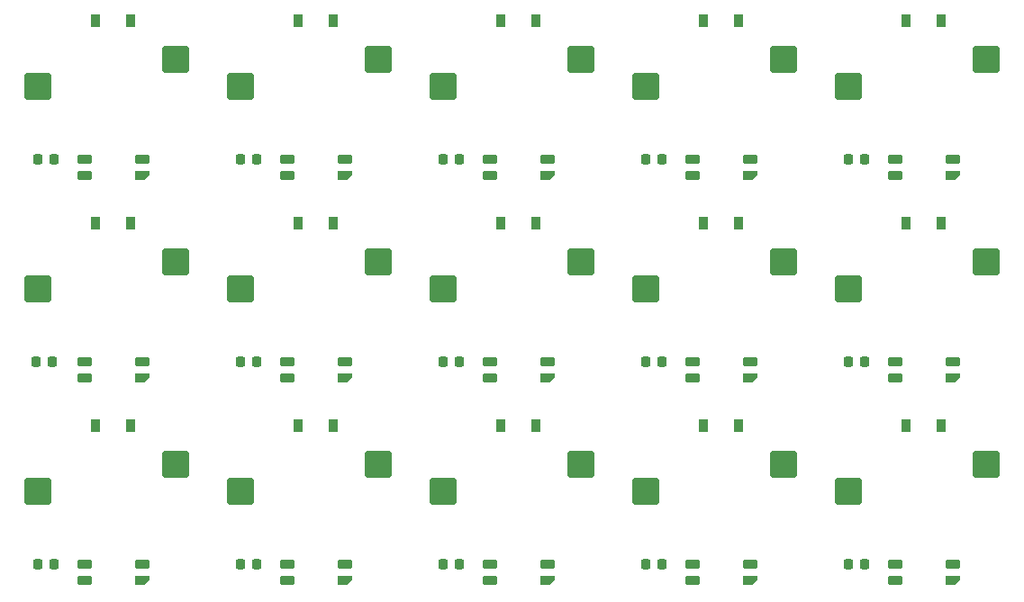
<source format=gbr>
%TF.GenerationSoftware,KiCad,Pcbnew,(6.0.6)*%
%TF.CreationDate,2022-08-15T00:28:01+08:00*%
%TF.ProjectId,15k-macropad,31356b2d-6d61-4637-926f-7061642e6b69,rev?*%
%TF.SameCoordinates,Original*%
%TF.FileFunction,Paste,Bot*%
%TF.FilePolarity,Positive*%
%FSLAX46Y46*%
G04 Gerber Fmt 4.6, Leading zero omitted, Abs format (unit mm)*
G04 Created by KiCad (PCBNEW (6.0.6)) date 2022-08-15 00:28:01*
%MOMM*%
%LPD*%
G01*
G04 APERTURE LIST*
G04 Aperture macros list*
%AMRoundRect*
0 Rectangle with rounded corners*
0 $1 Rounding radius*
0 $2 $3 $4 $5 $6 $7 $8 $9 X,Y pos of 4 corners*
0 Add a 4 corners polygon primitive as box body*
4,1,4,$2,$3,$4,$5,$6,$7,$8,$9,$2,$3,0*
0 Add four circle primitives for the rounded corners*
1,1,$1+$1,$2,$3*
1,1,$1+$1,$4,$5*
1,1,$1+$1,$6,$7*
1,1,$1+$1,$8,$9*
0 Add four rect primitives between the rounded corners*
20,1,$1+$1,$2,$3,$4,$5,0*
20,1,$1+$1,$4,$5,$6,$7,0*
20,1,$1+$1,$6,$7,$8,$9,0*
20,1,$1+$1,$8,$9,$2,$3,0*%
%AMFreePoly0*
4,1,18,-0.410000,0.593000,-0.403758,0.624380,-0.385983,0.650983,-0.359380,0.668758,-0.328000,0.675000,0.328000,0.675000,0.359380,0.668758,0.385983,0.650983,0.403758,0.624380,0.410000,0.593000,0.410000,-0.593000,0.403758,-0.624380,0.385983,-0.650983,0.359380,-0.668758,0.328000,-0.675000,0.000000,-0.675000,-0.410000,-0.265000,-0.410000,0.593000,-0.410000,0.593000,$1*%
G04 Aperture macros list end*
%ADD10R,0.900000X1.200000*%
%ADD11RoundRect,0.250000X-1.025000X-1.000000X1.025000X-1.000000X1.025000X1.000000X-1.025000X1.000000X0*%
%ADD12FreePoly0,90.000000*%
%ADD13RoundRect,0.082000X0.593000X-0.328000X0.593000X0.328000X-0.593000X0.328000X-0.593000X-0.328000X0*%
%ADD14RoundRect,0.225000X0.225000X0.250000X-0.225000X0.250000X-0.225000X-0.250000X0.225000X-0.250000X0*%
G04 APERTURE END LIST*
D10*
%TO.C,D15*%
X182625000Y-94456250D03*
X179325000Y-94456250D03*
%TD*%
%TO.C,D14*%
X182625000Y-75406250D03*
X179325000Y-75406250D03*
%TD*%
%TO.C,D13*%
X182625000Y-56356250D03*
X179325000Y-56356250D03*
%TD*%
%TO.C,D12*%
X163575000Y-94456250D03*
X160275000Y-94456250D03*
%TD*%
%TO.C,D11*%
X163575000Y-75406250D03*
X160275000Y-75406250D03*
%TD*%
%TO.C,D10*%
X163575000Y-56356250D03*
X160275000Y-56356250D03*
%TD*%
%TO.C,D9*%
X144525000Y-94456250D03*
X141225000Y-94456250D03*
%TD*%
%TO.C,D8*%
X144525000Y-75406250D03*
X141225000Y-75406250D03*
%TD*%
%TO.C,D7*%
X144525000Y-56356250D03*
X141225000Y-56356250D03*
%TD*%
%TO.C,D6*%
X125475000Y-94456250D03*
X122175000Y-94456250D03*
%TD*%
%TO.C,D5*%
X125475000Y-75406250D03*
X122175000Y-75406250D03*
%TD*%
%TO.C,D4*%
X125475000Y-56356250D03*
X122175000Y-56356250D03*
%TD*%
%TO.C,D3*%
X106425000Y-94456250D03*
X103125000Y-94456250D03*
%TD*%
%TO.C,D2*%
X106425000Y-75406250D03*
X103125000Y-75406250D03*
%TD*%
%TO.C,D1*%
X106425000Y-56356250D03*
X103125000Y-56356250D03*
%TD*%
D11*
%TO.C,MX15*%
X186817000Y-98107500D03*
X173890000Y-100647500D03*
%TD*%
%TO.C,MX7*%
X148717000Y-60007500D03*
X135790000Y-62547500D03*
%TD*%
%TO.C,MX5*%
X129667000Y-79057500D03*
X116740000Y-81597500D03*
%TD*%
%TO.C,MX14*%
X186817000Y-79057500D03*
X173890000Y-81597500D03*
%TD*%
%TO.C,MX4*%
X129667000Y-60007500D03*
X116740000Y-62547500D03*
%TD*%
%TO.C,MX6*%
X129667000Y-98107500D03*
X116740000Y-100647500D03*
%TD*%
%TO.C,MX11*%
X167767000Y-79057500D03*
X154840000Y-81597500D03*
%TD*%
%TO.C,MX2*%
X110617000Y-79057500D03*
X97690000Y-81597500D03*
%TD*%
%TO.C,MX3*%
X110617000Y-98107500D03*
X97690000Y-100647500D03*
%TD*%
%TO.C,MX10*%
X167767000Y-60007500D03*
X154840000Y-62547500D03*
%TD*%
%TO.C,MX9*%
X148717000Y-98107500D03*
X135790000Y-100647500D03*
%TD*%
%TO.C,MX8*%
X148717000Y-79057500D03*
X135790000Y-81597500D03*
%TD*%
%TO.C,MX13*%
X173890000Y-62547500D03*
X186817000Y-60007500D03*
%TD*%
%TO.C,MX1*%
X110617000Y-60007500D03*
X97690000Y-62547500D03*
%TD*%
%TO.C,MX12*%
X167767000Y-98107500D03*
X154840000Y-100647500D03*
%TD*%
D12*
%TO.C,LED11*%
X164650000Y-89967500D03*
D13*
X164650000Y-88467500D03*
X159200000Y-89967500D03*
X159200000Y-88467500D03*
%TD*%
D12*
%TO.C,LED8*%
X145600000Y-89967500D03*
D13*
X145600000Y-88467500D03*
X140150000Y-89967500D03*
X140150000Y-88467500D03*
%TD*%
D12*
%TO.C,LED6*%
X126550000Y-109017500D03*
D13*
X126550000Y-107517500D03*
X121100000Y-109017500D03*
X121100000Y-107517500D03*
%TD*%
D12*
%TO.C,LED12*%
X164650000Y-109017500D03*
D13*
X164650000Y-107517500D03*
X159200000Y-109017500D03*
X159200000Y-107517500D03*
%TD*%
D12*
%TO.C,LED13*%
X183700000Y-70917500D03*
D13*
X183700000Y-69417500D03*
X178250000Y-70917500D03*
X178250000Y-69417500D03*
%TD*%
D14*
%TO.C,C2*%
X97523000Y-88467500D03*
X99073000Y-88467500D03*
%TD*%
%TO.C,C12*%
X154800000Y-107517500D03*
X156350000Y-107517500D03*
%TD*%
%TO.C,C5*%
X116700000Y-88467500D03*
X118250000Y-88467500D03*
%TD*%
D12*
%TO.C,LED3*%
X107500000Y-109017500D03*
D13*
X107500000Y-107517500D03*
X102050000Y-109017500D03*
X102050000Y-107517500D03*
%TD*%
D14*
%TO.C,C10*%
X154800000Y-69417500D03*
X156350000Y-69417500D03*
%TD*%
%TO.C,C13*%
X173850000Y-69417500D03*
X175400000Y-69417500D03*
%TD*%
D12*
%TO.C,LED7*%
X145600000Y-70917500D03*
D13*
X145600000Y-69417500D03*
X140150000Y-70917500D03*
X140150000Y-69417500D03*
%TD*%
D12*
%TO.C,LED9*%
X145600000Y-109017500D03*
D13*
X145600000Y-107517500D03*
X140150000Y-109017500D03*
X140150000Y-107517500D03*
%TD*%
D14*
%TO.C,C15*%
X173850000Y-107517500D03*
X175400000Y-107517500D03*
%TD*%
%TO.C,C8*%
X135750000Y-88467500D03*
X137300000Y-88467500D03*
%TD*%
D12*
%TO.C,LED14*%
X183700000Y-89967500D03*
D13*
X183700000Y-88467500D03*
X178250000Y-89967500D03*
X178250000Y-88467500D03*
%TD*%
D12*
%TO.C,LED5*%
X126550000Y-89967500D03*
D13*
X126550000Y-88467500D03*
X121100000Y-89967500D03*
X121100000Y-88467500D03*
%TD*%
D12*
%TO.C,LED10*%
X164650000Y-70917500D03*
D13*
X164650000Y-69417500D03*
X159200000Y-70917500D03*
X159200000Y-69417500D03*
%TD*%
D14*
%TO.C,C3*%
X97650000Y-107517500D03*
X99200000Y-107517500D03*
%TD*%
%TO.C,C14*%
X173850000Y-88467500D03*
X175400000Y-88467500D03*
%TD*%
D12*
%TO.C,LED1*%
X107500000Y-70917500D03*
D13*
X107500000Y-69417500D03*
X102050000Y-70917500D03*
X102050000Y-69417500D03*
%TD*%
D14*
%TO.C,C7*%
X135750000Y-69417500D03*
X137300000Y-69417500D03*
%TD*%
D12*
%TO.C,LED2*%
X107500000Y-89967500D03*
D13*
X107500000Y-88467500D03*
X102050000Y-89967500D03*
X102050000Y-88467500D03*
%TD*%
D12*
%TO.C,LED4*%
X126550000Y-70917500D03*
D13*
X126550000Y-69417500D03*
X121100000Y-70917500D03*
X121100000Y-69417500D03*
%TD*%
D12*
%TO.C,LED15*%
X183700000Y-109017500D03*
D13*
X183700000Y-107517500D03*
X178250000Y-109017500D03*
X178250000Y-107517500D03*
%TD*%
D14*
%TO.C,C4*%
X116718750Y-69417500D03*
X118268750Y-69417500D03*
%TD*%
%TO.C,C1*%
X97650000Y-69417500D03*
X99200000Y-69417500D03*
%TD*%
%TO.C,C9*%
X135750000Y-107517500D03*
X137300000Y-107517500D03*
%TD*%
%TO.C,C11*%
X154800000Y-88467500D03*
X156350000Y-88467500D03*
%TD*%
%TO.C,C6*%
X116700000Y-107517500D03*
X118250000Y-107517500D03*
%TD*%
M02*

</source>
